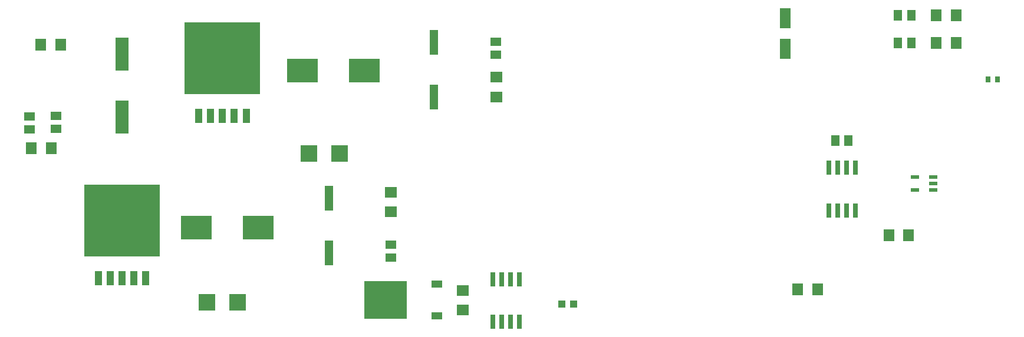
<source format=gbr>
G04 EAGLE Gerber RS-274X export*
G75*
%MOMM*%
%FSLAX34Y34*%
%LPD*%
%INSolderpaste Top*%
%IPPOS*%
%AMOC8*
5,1,8,0,0,1.08239X$1,22.5*%
G01*
%ADD10R,10.800000X10.410000*%
%ADD11R,1.066800X2.159000*%
%ADD12R,1.900000X4.700000*%
%ADD13R,1.300000X3.600000*%
%ADD14R,1.600000X1.803000*%
%ADD15R,1.803000X1.600000*%
%ADD16R,0.660400X2.032000*%
%ADD17R,1.000000X1.100000*%
%ADD18R,1.500000X1.300000*%
%ADD19R,2.400000X2.400000*%
%ADD20R,1.200000X0.550000*%
%ADD21R,0.700000X0.900000*%
%ADD22R,4.500000X3.500000*%
%ADD23R,1.300000X1.500000*%
%ADD24R,6.200000X5.400000*%
%ADD25R,1.600000X1.000000*%
%ADD26R,1.600000X3.000000*%


D10*
X410400Y408500D03*
D11*
X376364Y325188D03*
X393382Y325188D03*
X410400Y325188D03*
X427418Y325188D03*
X444436Y325188D03*
D10*
X266102Y174784D03*
D11*
X232066Y91472D03*
X249084Y91472D03*
X266102Y91472D03*
X283120Y91472D03*
X300138Y91472D03*
D12*
X266392Y323762D03*
X266392Y413762D03*
D13*
X563600Y206700D03*
X563600Y127950D03*
X714114Y352236D03*
X714114Y430986D03*
D14*
X149230Y427628D03*
X177670Y427628D03*
D15*
X803348Y380820D03*
X803348Y352380D03*
X652240Y187130D03*
X652240Y215570D03*
D14*
X164292Y279032D03*
X135852Y279032D03*
D16*
X836850Y90134D03*
X836850Y28666D03*
X824150Y90134D03*
X811450Y90134D03*
X824150Y28666D03*
X811450Y28666D03*
X798750Y90134D03*
X798750Y28666D03*
D17*
X898100Y54364D03*
X915100Y54364D03*
D15*
X755700Y74120D03*
X755700Y45680D03*
D18*
X652388Y140098D03*
X652388Y121098D03*
X803200Y413100D03*
X803200Y432100D03*
X171248Y306472D03*
X171248Y325472D03*
D19*
X388340Y56630D03*
X432340Y56630D03*
X534404Y271202D03*
X578404Y271202D03*
D20*
X1431200Y218300D03*
X1431200Y227800D03*
X1431200Y237300D03*
X1405200Y237300D03*
X1405200Y218300D03*
D21*
X1523126Y377404D03*
X1510126Y377404D03*
D14*
X1264954Y75268D03*
X1236514Y75268D03*
X1367502Y153332D03*
X1395942Y153332D03*
D22*
X372760Y164524D03*
X461760Y164524D03*
X525300Y390800D03*
X614300Y390800D03*
D16*
X1319050Y250734D03*
X1319050Y189266D03*
X1306350Y250734D03*
X1293650Y250734D03*
X1306350Y189266D03*
X1293650Y189266D03*
X1280950Y250734D03*
X1280950Y189266D03*
D23*
X1290500Y290000D03*
X1309500Y290000D03*
D18*
X133396Y305848D03*
X133396Y324848D03*
D14*
X1435780Y430000D03*
X1464220Y430000D03*
D23*
X1399500Y430000D03*
X1380500Y430000D03*
D14*
X1435780Y470000D03*
X1464220Y470000D03*
D23*
X1399500Y470000D03*
X1380500Y470000D03*
D24*
X645000Y60000D03*
D25*
X718000Y37200D03*
X718000Y82800D03*
D26*
X1218370Y466060D03*
X1218370Y422060D03*
M02*

</source>
